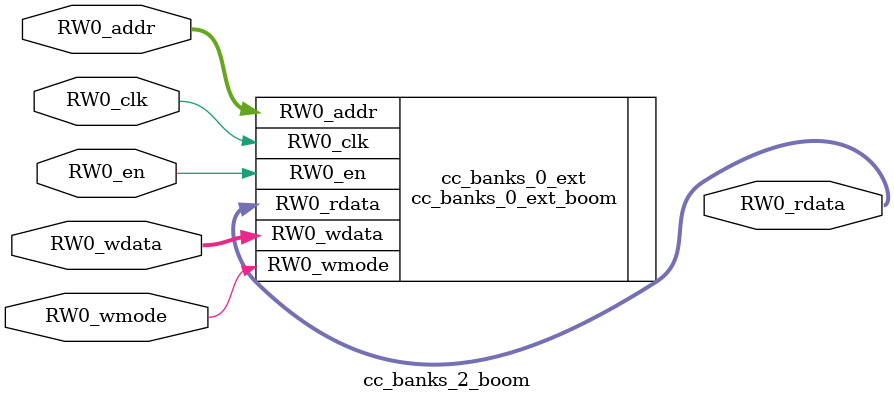
<source format=sv>
`ifndef RANDOMIZE
  `ifdef RANDOMIZE_REG_INIT
    `define RANDOMIZE
  `endif // RANDOMIZE_REG_INIT
`endif // not def RANDOMIZE
`ifndef RANDOMIZE
  `ifdef RANDOMIZE_MEM_INIT
    `define RANDOMIZE
  `endif // RANDOMIZE_MEM_INIT
`endif // not def RANDOMIZE

`ifndef RANDOM
  `define RANDOM $random
`endif // not def RANDOM

// Users can define 'PRINTF_COND' to add an extra gate to prints.
`ifndef PRINTF_COND_
  `ifdef PRINTF_COND
    `define PRINTF_COND_ (`PRINTF_COND)
  `else  // PRINTF_COND
    `define PRINTF_COND_ 1
  `endif // PRINTF_COND
`endif // not def PRINTF_COND_

// Users can define 'ASSERT_VERBOSE_COND' to add an extra gate to assert error printing.
`ifndef ASSERT_VERBOSE_COND_
  `ifdef ASSERT_VERBOSE_COND
    `define ASSERT_VERBOSE_COND_ (`ASSERT_VERBOSE_COND)
  `else  // ASSERT_VERBOSE_COND
    `define ASSERT_VERBOSE_COND_ 1
  `endif // ASSERT_VERBOSE_COND
`endif // not def ASSERT_VERBOSE_COND_

// Users can define 'STOP_COND' to add an extra gate to stop conditions.
`ifndef STOP_COND_
  `ifdef STOP_COND
    `define STOP_COND_ (`STOP_COND)
  `else  // STOP_COND
    `define STOP_COND_ 1
  `endif // STOP_COND
`endif // not def STOP_COND_

// Users can define INIT_RANDOM as general code that gets injected into the
// initializer block for modules with registers.
`ifndef INIT_RANDOM
  `define INIT_RANDOM
`endif // not def INIT_RANDOM

// If using random initialization, you can also define RANDOMIZE_DELAY to
// customize the delay used, otherwise 0.002 is used.
`ifndef RANDOMIZE_DELAY
  `define RANDOMIZE_DELAY 0.002
`endif // not def RANDOMIZE_DELAY

// Define INIT_RANDOM_PROLOG_ for use in our modules below.
`ifndef INIT_RANDOM_PROLOG_
  `ifdef RANDOMIZE
    `ifdef VERILATOR
      `define INIT_RANDOM_PROLOG_ `INIT_RANDOM
    `else  // VERILATOR
      `define INIT_RANDOM_PROLOG_ `INIT_RANDOM #`RANDOMIZE_DELAY begin end
    `endif // VERILATOR
  `else  // RANDOMIZE
    `define INIT_RANDOM_PROLOG_
  `endif // RANDOMIZE
`endif // not def INIT_RANDOM_PROLOG_

module cc_banks_2_boom(	// @[DescribedSRAM.scala:17:26]
  input  [13:0] RW0_addr,
  input         RW0_en,
                RW0_clk,
                RW0_wmode,
  input  [63:0] RW0_wdata,
  output [63:0] RW0_rdata
);

  cc_banks_0_ext_boom cc_banks_0_ext (	// @[DescribedSRAM.scala:17:26]
    .RW0_addr  (RW0_addr),
    .RW0_en    (RW0_en),
    .RW0_clk   (RW0_clk),
    .RW0_wmode (RW0_wmode),
    .RW0_wdata (RW0_wdata),
    .RW0_rdata (RW0_rdata)
  );
endmodule


</source>
